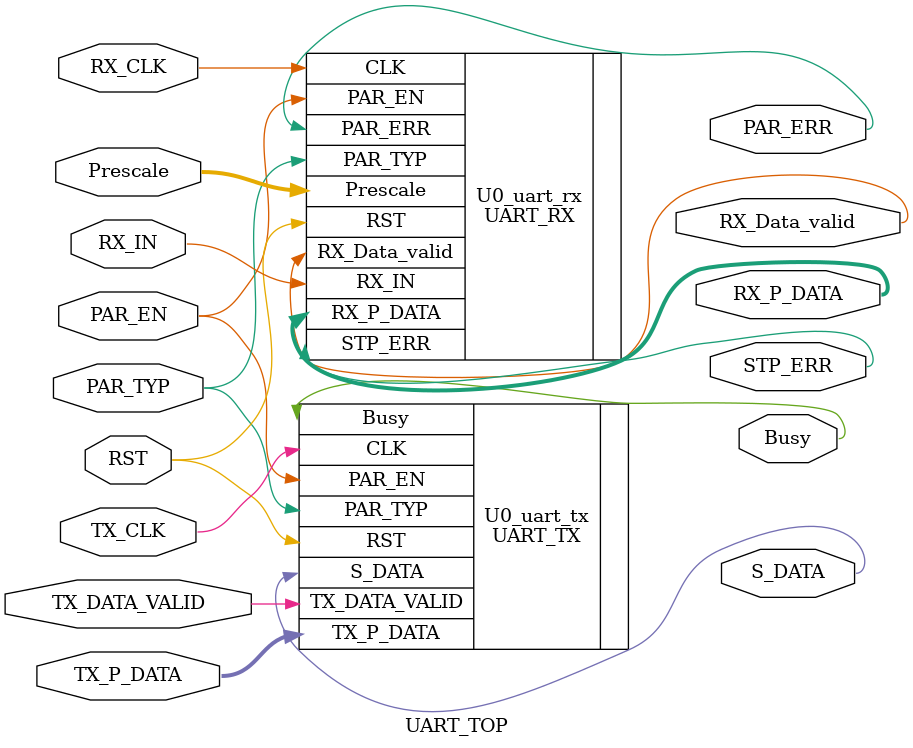
<source format=v>
module UART_TOP #(
        parameter DATA_WIDTH = 4'd8,
        parameter PRESCALE_WIDTH = 3'd6
    ) (
        input   wire                            RST,            // Synchronized reset signal
        
        ////////////////////////// UART ///////////////////////////
        input   wire                            RX_CLK,         // UART RX Clock Signal
        input   wire                            PAR_TYP,        // Parity Type
        input   wire                            PAR_EN,         // Parity Enable
        
        ///////////////////////// UART_RX /////////////////////////
        input   wire                            RX_IN,          // Serial Data IN
        input   wire    [PRESCALE_WIDTH-1:0]    Prescale,       // Oversampling Prescale
        output  wire                            RX_Data_valid,  // Data Byte Valid signal
        output  wire    [DATA_WIDTH-1:0]        RX_P_DATA,      // Frame Data Byte
        output  wire                            PAR_ERR,        // Frame parity error
        output  wire                            STP_ERR,        // Frame stop error
        
        ///////////////////////// UART_TX /////////////////////////
        input   wire                            TX_CLK,         // UART TX Clock Signal
        input   wire                            TX_DATA_VALID,
        input   wire    [DATA_WIDTH-1:0]        TX_P_DATA,      // Frame Data Byte
        output  wire                            S_DATA, Busy
    );
    
    ////////////////////// Instantiations //////////////////////
    
    // UART_RX Instantiation
    UART_RX #(.DATA_WIDTH(DATA_WIDTH), .PRESCALE_WIDTH(PRESCALE_WIDTH)) U0_uart_rx (
        .CLK(RX_CLK),                   // UART RX Clock Signal
        .RST(RST),                      // Synchronized reset signal
        .PAR_TYP(PAR_TYP),              // Parity Type
        .PAR_EN(PAR_EN),                // Parity Enable
        .RX_IN(RX_IN),                  // Serial Data IN
        .Prescale(Prescale),            // Oversampling Prescale
        .RX_Data_valid(RX_Data_valid),  // Data Byte Valid signal
        .RX_P_DATA(RX_P_DATA),          // Frame Data Byte
        .PAR_ERR(PAR_ERR),              // Frame parity error
        .STP_ERR(STP_ERR)               // Frame stop error 
    );
    
    // UART_TX Instantiation
    UART_TX #(.DATA_WIDTH(DATA_WIDTH)) U0_uart_tx (
        .CLK(TX_CLK),                   // UART TX Clock Signal
        .RST(RST),                      // Synchronized reset signal
        .PAR_TYP(PAR_TYP),              // Parity Type
        .PAR_EN(PAR_EN),                // Parity Enable
        .TX_DATA_VALID(TX_DATA_VALID),
        .TX_P_DATA(TX_P_DATA),
        .S_DATA(S_DATA),
        .Busy(Busy)
    );
endmodule
</source>
